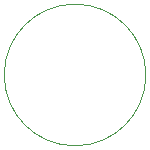
<source format=gbr>
%TF.GenerationSoftware,KiCad,Pcbnew,(7.0.0)*%
%TF.CreationDate,2023-04-09T22:25:14-07:00*%
%TF.ProjectId,RTCRework,52544352-6577-46f7-926b-2e6b69636164,rev?*%
%TF.SameCoordinates,Original*%
%TF.FileFunction,Profile,NP*%
%FSLAX46Y46*%
G04 Gerber Fmt 4.6, Leading zero omitted, Abs format (unit mm)*
G04 Created by KiCad (PCBNEW (7.0.0)) date 2023-04-09 22:25:14*
%MOMM*%
%LPD*%
G01*
G04 APERTURE LIST*
%TA.AperFunction,Profile*%
%ADD10C,0.100000*%
%TD*%
G04 APERTURE END LIST*
D10*
X56000000Y-50000000D02*
G75*
G03*
X56000000Y-50000000I-6000000J0D01*
G01*
M02*

</source>
